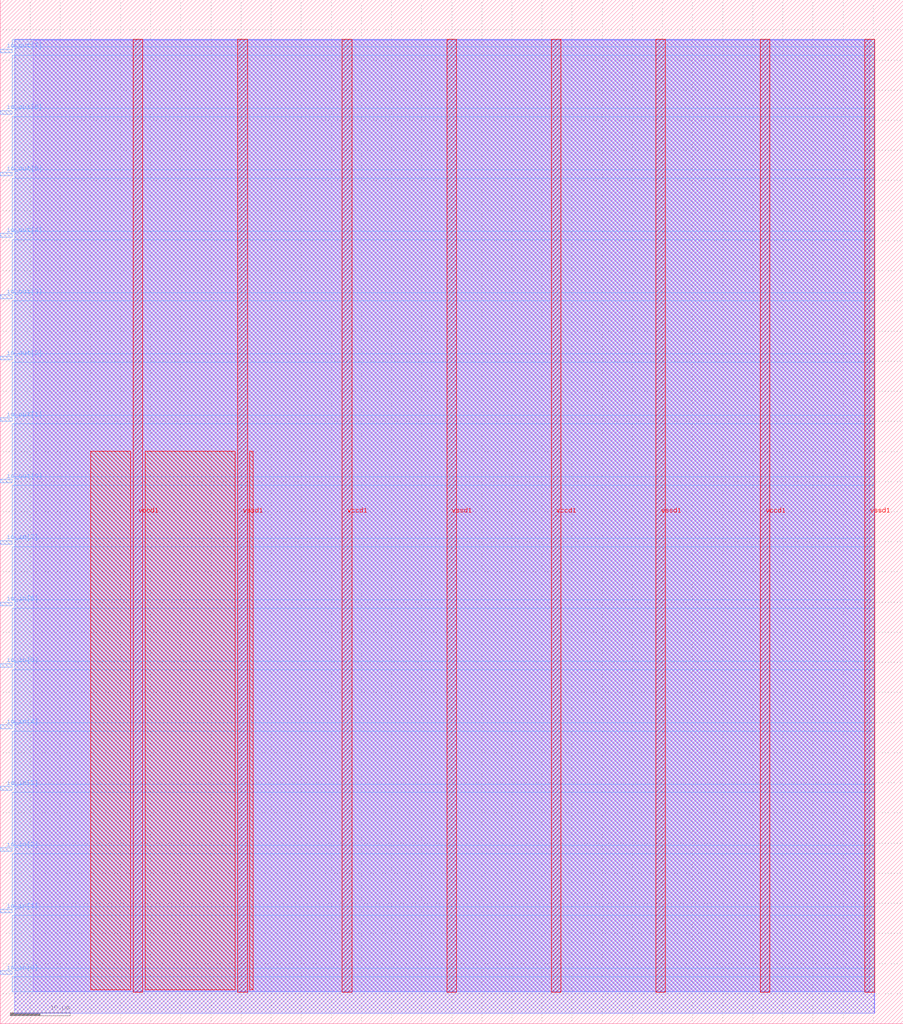
<source format=lef>
VERSION 5.7 ;
  NOWIREEXTENSIONATPIN ON ;
  DIVIDERCHAR "/" ;
  BUSBITCHARS "[]" ;
MACRO FSM_LAT
  CLASS BLOCK ;
  FOREIGN FSM_LAT ;
  ORIGIN 0.000 0.000 ;
  SIZE 150.000 BY 170.000 ;
  PIN io_in[0]
    DIRECTION INPUT ;
    USE SIGNAL ;
    PORT
      LAYER met3 ;
        RECT 0.000 8.200 2.000 8.800 ;
    END
  END io_in[0]
  PIN io_in[1]
    DIRECTION INPUT ;
    USE SIGNAL ;
    PORT
      LAYER met3 ;
        RECT 0.000 18.400 2.000 19.000 ;
    END
  END io_in[1]
  PIN io_in[2]
    DIRECTION INPUT ;
    USE SIGNAL ;
    PORT
      LAYER met3 ;
        RECT 0.000 28.600 2.000 29.200 ;
    END
  END io_in[2]
  PIN io_in[3]
    DIRECTION INPUT ;
    USE SIGNAL ;
    PORT
      LAYER met3 ;
        RECT 0.000 38.800 2.000 39.400 ;
    END
  END io_in[3]
  PIN io_in[4]
    DIRECTION INPUT ;
    USE SIGNAL ;
    PORT
      LAYER met3 ;
        RECT 0.000 49.000 2.000 49.600 ;
    END
  END io_in[4]
  PIN io_in[5]
    DIRECTION INPUT ;
    USE SIGNAL ;
    PORT
      LAYER met3 ;
        RECT 0.000 59.200 2.000 59.800 ;
    END
  END io_in[5]
  PIN io_in[6]
    DIRECTION INPUT ;
    USE SIGNAL ;
    PORT
      LAYER met3 ;
        RECT 0.000 69.400 2.000 70.000 ;
    END
  END io_in[6]
  PIN io_in[7]
    DIRECTION INPUT ;
    USE SIGNAL ;
    PORT
      LAYER met3 ;
        RECT 0.000 79.600 2.000 80.200 ;
    END
  END io_in[7]
  PIN io_out[0]
    DIRECTION OUTPUT TRISTATE ;
    USE SIGNAL ;
    PORT
      LAYER met3 ;
        RECT 0.000 89.800 2.000 90.400 ;
    END
  END io_out[0]
  PIN io_out[1]
    DIRECTION OUTPUT TRISTATE ;
    USE SIGNAL ;
    PORT
      LAYER met3 ;
        RECT 0.000 100.000 2.000 100.600 ;
    END
  END io_out[1]
  PIN io_out[2]
    DIRECTION OUTPUT TRISTATE ;
    USE SIGNAL ;
    PORT
      LAYER met3 ;
        RECT 0.000 110.200 2.000 110.800 ;
    END
  END io_out[2]
  PIN io_out[3]
    DIRECTION OUTPUT TRISTATE ;
    USE SIGNAL ;
    PORT
      LAYER met3 ;
        RECT 0.000 120.400 2.000 121.000 ;
    END
  END io_out[3]
  PIN io_out[4]
    DIRECTION OUTPUT TRISTATE ;
    USE SIGNAL ;
    PORT
      LAYER met3 ;
        RECT 0.000 130.600 2.000 131.200 ;
    END
  END io_out[4]
  PIN io_out[5]
    DIRECTION OUTPUT TRISTATE ;
    USE SIGNAL ;
    PORT
      LAYER met3 ;
        RECT 0.000 140.800 2.000 141.400 ;
    END
  END io_out[5]
  PIN io_out[6]
    DIRECTION OUTPUT TRISTATE ;
    USE SIGNAL ;
    PORT
      LAYER met3 ;
        RECT 0.000 151.000 2.000 151.600 ;
    END
  END io_out[6]
  PIN io_out[7]
    DIRECTION OUTPUT TRISTATE ;
    USE SIGNAL ;
    PORT
      LAYER met3 ;
        RECT 0.000 161.200 2.000 161.800 ;
    END
  END io_out[7]
  PIN vccd1
    DIRECTION INOUT ;
    USE POWER ;
    PORT
      LAYER met4 ;
        RECT 22.085 5.200 23.685 163.440 ;
    END
    PORT
      LAYER met4 ;
        RECT 56.815 5.200 58.415 163.440 ;
    END
    PORT
      LAYER met4 ;
        RECT 91.545 5.200 93.145 163.440 ;
    END
    PORT
      LAYER met4 ;
        RECT 126.275 5.200 127.875 163.440 ;
    END
  END vccd1
  PIN vssd1
    DIRECTION INOUT ;
    USE GROUND ;
    PORT
      LAYER met4 ;
        RECT 39.450 5.200 41.050 163.440 ;
    END
    PORT
      LAYER met4 ;
        RECT 74.180 5.200 75.780 163.440 ;
    END
    PORT
      LAYER met4 ;
        RECT 108.910 5.200 110.510 163.440 ;
    END
    PORT
      LAYER met4 ;
        RECT 143.640 5.200 145.240 163.440 ;
    END
  END vssd1
  OBS
      LAYER li1 ;
        RECT 5.520 5.355 144.440 163.285 ;
      LAYER met1 ;
        RECT 2.370 1.740 145.240 163.440 ;
      LAYER met2 ;
        RECT 2.390 1.710 145.210 163.385 ;
      LAYER met3 ;
        RECT 2.000 162.200 145.230 163.365 ;
        RECT 2.400 160.800 145.230 162.200 ;
        RECT 2.000 152.000 145.230 160.800 ;
        RECT 2.400 150.600 145.230 152.000 ;
        RECT 2.000 141.800 145.230 150.600 ;
        RECT 2.400 140.400 145.230 141.800 ;
        RECT 2.000 131.600 145.230 140.400 ;
        RECT 2.400 130.200 145.230 131.600 ;
        RECT 2.000 121.400 145.230 130.200 ;
        RECT 2.400 120.000 145.230 121.400 ;
        RECT 2.000 111.200 145.230 120.000 ;
        RECT 2.400 109.800 145.230 111.200 ;
        RECT 2.000 101.000 145.230 109.800 ;
        RECT 2.400 99.600 145.230 101.000 ;
        RECT 2.000 90.800 145.230 99.600 ;
        RECT 2.400 89.400 145.230 90.800 ;
        RECT 2.000 80.600 145.230 89.400 ;
        RECT 2.400 79.200 145.230 80.600 ;
        RECT 2.000 70.400 145.230 79.200 ;
        RECT 2.400 69.000 145.230 70.400 ;
        RECT 2.000 60.200 145.230 69.000 ;
        RECT 2.400 58.800 145.230 60.200 ;
        RECT 2.000 50.000 145.230 58.800 ;
        RECT 2.400 48.600 145.230 50.000 ;
        RECT 2.000 39.800 145.230 48.600 ;
        RECT 2.400 38.400 145.230 39.800 ;
        RECT 2.000 29.600 145.230 38.400 ;
        RECT 2.400 28.200 145.230 29.600 ;
        RECT 2.000 19.400 145.230 28.200 ;
        RECT 2.400 18.000 145.230 19.400 ;
        RECT 2.000 9.200 145.230 18.000 ;
        RECT 2.400 7.800 145.230 9.200 ;
        RECT 2.000 5.275 145.230 7.800 ;
      LAYER met4 ;
        RECT 15.015 5.615 21.685 95.025 ;
        RECT 24.085 5.615 39.050 95.025 ;
        RECT 41.450 5.615 42.025 95.025 ;
  END
END FSM_LAT
END LIBRARY


</source>
